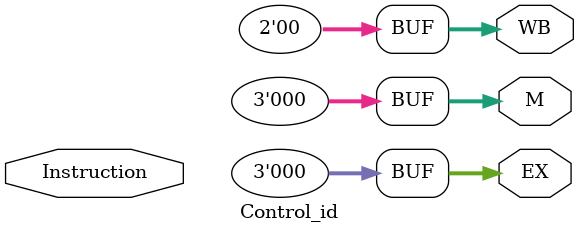
<source format=v>
module Control_id(
    input [31:26] Instruction, // why so little 
    output [1:0] WB,
    output [2:0] M,
    output [2:0] EX
);
    reg [1:0] WB;
    reg [2:0] M;
    reg [2:0] EX;

    always @(*)
        begin
            WB <= 2'b00;
            M <= 2'b00;
            EX <= 2'b00;
        end
endmodule // 
// it does nothing just as a brother
</source>
